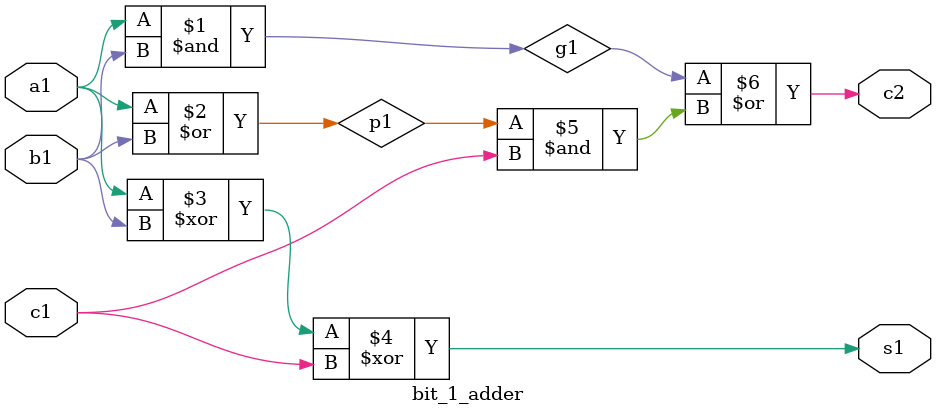
<source format=sv>
module adder_4 (
    input  logic [1:0] a,
    input  logic [1:0] b,
    output logic [2:0] sum
);

  // Internal carry signal between bit 0 and bit 1
  logic c1;

  // Instantiate Bit 0 Adder
  // Handles the LSB logic and generates the carry into bit 1
  bit_0_adder u_bit_0_adder (
    .a0 (a[0]),
    .b0 (b[0]),
    .s0 (sum[0]), // sum[0] is the sum output of bit 0
    .c1 (c1)      // c1 is the carry output of bit 0 (carry-in for bit 1)
  );

  // Instantiate Bit 1 Adder
  // Handles the logic for bit 1 and generates the final carry-out (sum[2])
  bit_1_adder u_bit_1_adder (
    .a1 (a[1]),
    .b1 (b[1]),
    .c1 (c1),      // Carry-in from bit 0
    .s1 (sum[1]),  // sum[1] is the sum output of bit 1
    .c2 (sum[2])   // c2 is the carry output of bit 1 (sum[2])
  );

endmodule

// Sub-module for the Least Significant Bit (Bit 0) of the adder
// Calculates sum[0] and carry-out (c1)
module bit_0_adder (
    input  logic a0,
    input  logic b0,
    output logic s0,
    output logic c1
);

  // Sum calculation for bit 0 (equivalent to a half adder sum since c_in is 0)
  assign s0 = a0 ^ b0;

  // Carry-out calculation for bit 0 (carry-in for bit 1)
  assign c1 = a0 & b0;

endmodule

// Sub-module for Bit 1 of the adder
// Calculates sum[1] and carry-out (c2) based on inputs and carry-in (c1)
module bit_1_adder (
    input  logic a1,
    input  logic b1,
    input  logic c1, // Carry-in from bit 0
    output logic s1,
    output logic c2  // Carry-out (sum[2])
);

  // Generate and Propagate signals for this bit
  logic g1, p1;

  assign g1 = a1 & b1;
  assign p1 = a1 | b1;

  // Sum calculation for bit 1
  assign s1 = a1 ^ b1 ^ c1;

  // Carry-out calculation for bit 1 (using generate/propagate)
  assign c2 = g1 | (p1 & c1);

endmodule
</source>
